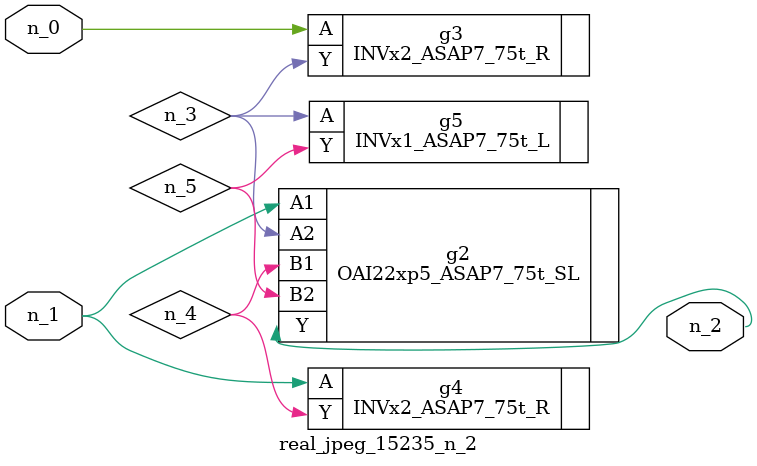
<source format=v>
module real_jpeg_15235_n_2 (n_1, n_0, n_2);

input n_1;
input n_0;

output n_2;

wire n_5;
wire n_4;
wire n_3;

INVx2_ASAP7_75t_R g3 ( 
.A(n_0),
.Y(n_3)
);

OAI22xp5_ASAP7_75t_SL g2 ( 
.A1(n_1),
.A2(n_3),
.B1(n_4),
.B2(n_5),
.Y(n_2)
);

INVx2_ASAP7_75t_R g4 ( 
.A(n_1),
.Y(n_4)
);

INVx1_ASAP7_75t_L g5 ( 
.A(n_3),
.Y(n_5)
);


endmodule
</source>
